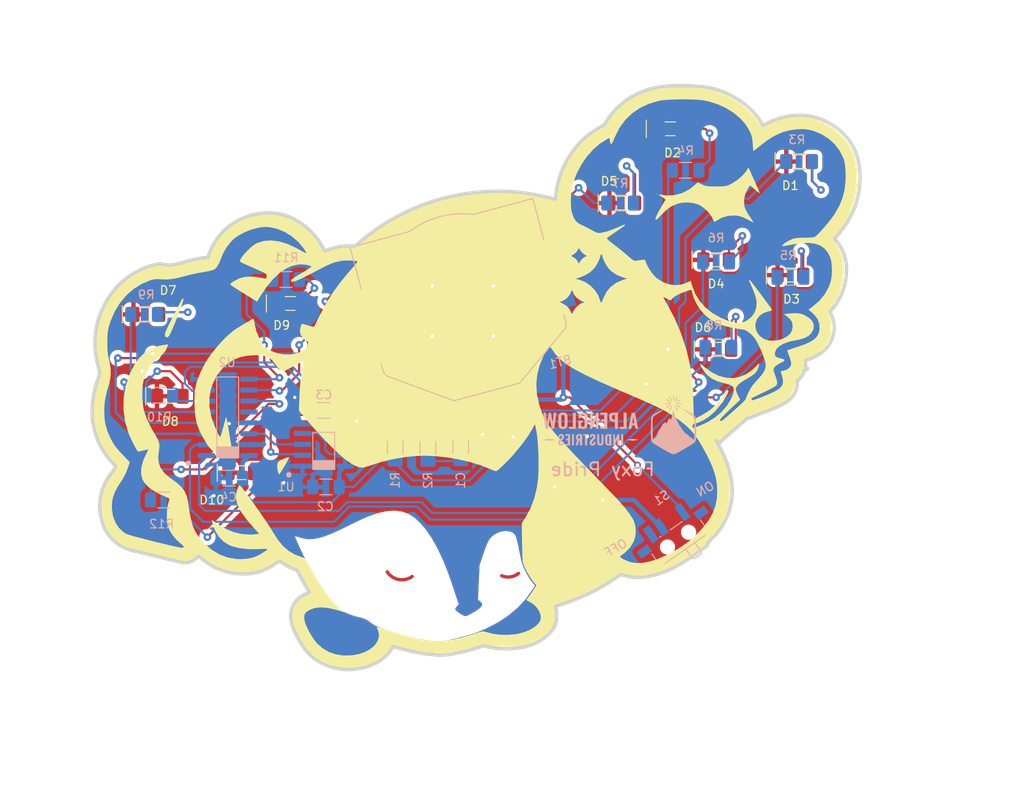
<source format=kicad_pcb>
(kicad_pcb (version 20211014) (generator pcbnew)
  (layers (0 "F.Cu" signal) (31 "B.Cu" signal) (34 "B.Paste" user) (35 "F.Paste" user) (36 "B.SilkS" user "B.Silkscreen") (37 "F.SilkS" user "F.Silkscreen") (38 "B.Mask" user) (39 "F.Mask" user) (44 "Edge.Cuts" user))
  (net 0 "")
  (net 1 "GND")
  (net 2 "Net-(C1-Pad1)")
  (net 3 "+3V")
  (net 4 "Net-(C3-Pad1)")
  (net 5 "Net-(D1-Pad2)")
  (net 6 "Net-(D2-Pad2)")
  (net 7 "Net-(D3-Pad2)")
  (net 8 "Net-(D4-Pad2)")
  (net 9 "Net-(D5-Pad2)")
  (net 10 "Net-(D6-Pad2)")
  (net 11 "Net-(D7-Pad2)")
  (net 12 "Net-(D8-Pad2)")
  (net 13 "Net-(D9-Pad2)")
  (net 14 "Net-(D10-Pad2)")
  (net 15 "Net-(R1-Pad2)")
  (net 16 "Net-(R3-Pad2)")
  (net 17 "Net-(R4-Pad2)")
  (net 18 "Net-(R5-Pad2)")
  (net 19 "Net-(R6-Pad2)")
  (net 20 "Net-(R7-Pad2)")
  (net 21 "Net-(R8-Pad2)")
  (net 22 "Net-(R9-Pad2)")
  (net 23 "Net-(R10-Pad2)")
  (net 24 "Net-(R11-Pad2)")
  (net 25 "Net-(R12-Pad2)")
  (net 27 "/CLOCK")
  (net 29 "+Vbatt")
  (footprint "FoxyPride:Robyn Edit Keep out attempt 2 1.82 x 1.35 selection only" (layer "F.Cu") (at 73.152 82.042)
    (fp_text reference "G***" hide)
    (fp_text value "LOGO" hide)
  )
  (footprint "Alpenglow:LED_1206+" (layer "F.Cu") (at 49.53 59.944)
    (fp_text reference "D9")
    (fp_text value "LED")
  )
  (footprint "Alpenglow:LED_1206+" (layer "F.Cu") (at 99.314 65.278)
    (fp_text reference "D6")
    (fp_text value "LED")
  )
  (footprint "Alpenglow:LED_1206+" (layer "F.Cu") (at 107.696 56.642)
    (fp_text reference "D3")
    (fp_text value "LED")
  )
  (footprint "Alpenglow:LED_1206+" (layer "F.Cu") (at 35.4955 70.739)
    (fp_text reference "D8")
    (fp_text value "LED")
  )
  (footprint "FoxyPride:Robyn Edit Solder Mask 1.76 x 1.88 selection only" (layer "F.Cu") (at 74.168 77.216)
    (fp_text reference "G***" hide)
    (fp_text value "LOGO" hide)
  )
  (footprint "Alpenglow:LED_1206+" (layer "F.Cu") (at 88.138 48.26)
    (fp_text reference "D5")
    (fp_text value "LED")
  )
  (footprint "FoxyPride:Robyn Edit Silkscreen 3.5 x 2.66  selection only" (layer "F.Cu") (at 71.015946 68.55439)
    (fp_text reference "G***" hide)
    (fp_text value "LOGO" hide)
  )
  (footprint "Alpenglow:LED_1206+" (layer "F.Cu") (at 93.726 39.624)
    (fp_text reference "D2")
    (fp_text value "LED")
  )
  (footprint "Alpenglow:LED_1206+" (layer "F.Cu") (at 99.06 54.864)
    (fp_text reference "D4")
    (fp_text value "LED")
  )
  (footprint "Alpenglow:LED_1206+" (layer "F.Cu") (at 32.766 61.214)
    (fp_text reference "D7")
    (fp_text value "LED")
  )
  (footprint "Alpenglow:LED_1206+" (layer "F.Cu") (at 108.712 43.434)
    (fp_text reference "D1")
    (fp_text value "LED")
  )
  (footprint "Alpenglow:LED_1206+" (layer "F.Cu") (at 43.815 79.629)
    (fp_text reference "D10")
    (fp_text value "LED")
  )
  (footprint "Resistor_SMD:R_1206_3216Metric_Pad1.30x1.75mm_HandSolder" (layer "B.Cu") (at 61.722 76.708 90)
    (fp_text reference "R1")
    (fp_text value "10M")
  )
  (footprint "Resistor_SMD:R_1206_3216Metric_Pad1.30x1.75mm_HandSolder" (layer "B.Cu") (at 95.504 44.45 180)
    (fp_text reference "R4")
    (fp_text value "47")
  )
  (footprint "Resistor_SMD:R_1206_3216Metric_Pad1.30x1.75mm_HandSolder" (layer "B.Cu") (at 99.314 65.024 180)
    (fp_text reference "R8")
    (fp_text value "47")
  )
  (footprint "Resistor_SMD:R_1206_3216Metric_Pad1.30x1.75mm_HandSolder" (layer "B.Cu") (at 42.418 80.264 180)
    (fp_text reference "C4")
    (fp_text value "0.1")
  )
  (footprint "Resistor_SMD:R_1206_3216Metric_Pad1.30x1.75mm_HandSolder" (layer "B.Cu") (at 107.696 56.896 180)
    (fp_text reference "R5")
    (fp_text value "47")
  )
  (footprint "Alpenglow:SO-16" (layer "B.Cu") (at 42.2365 73.1945)
    (fp_text reference "U2")
    (fp_text value "74HC4017D")
  )
  (footprint "Resistor_SMD:R_1206_3216Metric_Pad1.30x1.75mm_HandSolder" (layer "B.Cu") (at 87.884 48.26 180)
    (fp_text reference "R7")
    (fp_text value "47")
  )
  (footprint "Alpenglow:SW_SPDT_SMT_RTA" (layer "B.Cu") (at 94.4372 87.1474 -145)
    (fp_text reference "S1")
    (fp_text value "SMT_Slide_Switch" hide)
  )
  (footprint "Resistor_SMD:R_1206_3216Metric_Pad1.30x1.75mm_HandSolder" (layer "B.Cu") (at 99.06 55.118 180)
    (fp_text reference "R6")
    (fp_text value "47")
  )
  (footprint "Alpenglow:Alpenglow_Logo_Horiz_8mm" (layer "B.Cu") (at 87.884 74.168 180)
    (fp_text reference "G***" hide)
    (fp_text value "LOGO" hide)
  )
  (footprint "Alpenglow:SO-8" (layer "B.Cu") (at 53.4125 76.962)
    (fp_text reference "U1")
    (fp_text value "TLC555CDR")
  )
  (footprint "Resistor_SMD:R_1206_3216Metric_Pad1.30x1.75mm_HandSolder" (layer "B.Cu") (at 32.512 61.214 180)
    (fp_text reference "R9")
    (fp_text value "47")
  )
  (footprint "Resistor_SMD:R_1206_3216Metric_Pad1.30x1.75mm_HandSolder" (layer "B.Cu") (at 65.532 76.734 -90)
    (fp_text reference "R2")
    (fp_text value "2.2M")
  )
  (footprint "Resistor_SMD:R_1206_3216Metric_Pad1.30x1.75mm_HandSolder" (layer "B.Cu") (at 53.4125 72.39 180)
    (fp_text reference "C3")
    (fp_text value "0.01")
  )
  (footprint "Alpenglow:BatteryHolder_CR2032_SMT" (layer "B.Cu") (at 69.560404 59.753328 -165)
    (fp_text reference "BT1")
    (fp_text value "CR2032")
  )
  (footprint "Resistor_SMD:R_1206_3216Metric_Pad1.30x1.75mm_HandSolder" (layer "B.Cu") (at 53.6665 81.28 180)
    (fp_text reference "C2")
    (fp_text value "0.1")
  )
  (footprint "Resistor_SMD:R_1206_3216Metric_Pad1.30x1.75mm_HandSolder" (layer "B.Cu") (at 49.022 57.15 180)
    (fp_text reference "R11")
    (fp_text value "47")
  )
  (footprint "Resistor_SMD:R_1206_3216Metric_Pad1.30x1.75mm_HandSolder" (layer "B.Cu") (at 34.798 82.804 180)
    (fp_text reference "R12")
    (fp_text value "47")
  )
  (footprint "Resistor_SMD:R_1206_3216Metric_Pad1.30x1.75mm_HandSolder" (layer "B.Cu") (at 34.29 70.612)
    (fp_text reference "R10")
    (fp_text value "47")
  )
  (footprint "Resistor_SMD:R_1206_3216Metric_Pad1.30x1.75mm_HandSolder" (layer "B.Cu") (at 69.342 76.682 90)
    (fp_text reference "C1")
    (fp_text value "0.01")
  )
  (footprint "Resistor_SMD:R_1206_3216Metric_Pad1.30x1.75mm_HandSolder" (layer "B.Cu") (at 108.712 43.434 180)
    (fp_text reference "R3")
    (fp_text value "47")
  )
  (gr_arc (start 63.7032 91.694) (mid 62.134101 92.052209) (end 60.794169 91.1606) (layer "F.Cu") (width 0.381))
  (gr_arc (start 76.073 91.3384) (mid 75.133645 91.747918) (end 74.1172 91.6178) (layer "F.Cu") (width 0.381))
  (gr_poly (pts (xy 27.615228 85.344) (xy 27.716787 85.655547) (xy 27.83825 85.956957) (xy 27.978829 86.247489) (xy 28.137735 86.526401) (xy 28.31418 86.792955) (xy 28.507376 87.046409) (xy 28.716532 87.286023) (xy 28.940862 87.511057) (xy 29.179577 87.720771) (xy 29.431887 87.914423) (xy 29.697004 88.091274) (xy 29.97414 88.250583) (xy 30.262507 88.39161) (xy 30.561315 88.513614) (xy 30.869776 88.615856) (xy 31.187101 88.697594) (xy 31.850875 88.847103) (xy 32.517625 89.006658) (xy 33.842196 89.336557) (xy 35.349825 89.712104) (xy 36.116476 89.894108) (xy 36.890195 90.066811) (xy 37.014136 90.088388) (xy 37.138249 90.10162) (xy 37.26216 90.106631) (xy 37.385494 90.103543) (xy 37.507876 90.092479) (xy 37.628931 90.073561) (xy 37.748285 90.046913) (xy 37.865563 90.012656) (xy 37.98039 89.970915) (xy 38.092392 89.92181) (xy 38.201193 89.865466) (xy 38.306418 89.802005) (xy 38.407694 89.731549) (xy 38.504645 89.654222) (xy 38.596896 89.570145) (xy 38.684072 89.479443) (xy 38.711852 89.451651) (xy 38.850757 89.332586) (xy 38.952189 89.424279) (xy 39.055162 89.514191) (xy 39.159652 89.602303) (xy 39.265635 89.688596) (xy 39.373089 89.773052) (xy 39.481989 89.855652) (xy 39.592312 89.936378) (xy 39.704034 90.015209) (xy 40.05649 90.257442) (xy 40.420282 90.477267) (xy 40.794362 90.674507) (xy 41.177684 90.848985) (xy 41.569203 91.000522) (xy 41.96787 91.128942) (xy 42.372641 91.234067) (xy 42.782468 91.315719) (xy 43.196305 91.373722) (xy 43.613105 91.407898) (xy 44.031823 91.418069) (xy 44.451411 91.404058) (xy 44.870822 91.365687) (xy 45.289012 91.30278) (xy 45.704932 91.215158) (xy 46.117537 91.102644) (xy 46.338776 91.020793) (xy 46.55662 90.930922) (xy 46.770855 90.833142) (xy 46.981269 90.727565) (xy 47.187648 90.614304) (xy 47.389779 90.493471) (xy 47.58745 90.365177) (xy 47.780446 90.229534) (xy 47.897896 90.150838) (xy 48.011626 90.076236) (xy 48.12089 90.006845) (xy 48.173616 89.974452) (xy 48.224946 89.943781) (xy 48.292415 89.904087) (xy 48.407228 89.992591) (xy 48.523844 90.078503) (xy 48.642218 90.161798) (xy 48.762303 90.242453) (xy 48.884056 90.320442) (xy 49.00743 90.395743) (xy 49.132381 90.468329) (xy 49.258864 90.538178) (xy 49.386833 90.605265) (xy 49.516243 90.669566) (xy 49.64705 90.731055) (xy 49.779207 90.78971) (xy 49.912671 90.845505) (xy 50.047395 90.898417) (xy 50.183335 90.948421) (xy 50.320445 90.995493) (xy 50.484778 91.322292) (xy 50.653227 91.646934) (xy 50.825772 91.969382) (xy 51.002391 92.289599) (xy 51.183063 92.607546) (xy 51.367768 92.923186) (xy 51.556483 93.236481) (xy 51.749188 93.547394) (xy 51.663567 93.577579) (xy 51.578552 93.609366) (xy 51.494166 93.642743) (xy 51.410431 93.677701) (xy 51.327369 93.714231) (xy 51.245003 93.752323) (xy 51.163355 93.791967) (xy 51.082447 93.833153) (xy 50.956741 93.899348) (xy 50.835138 93.971531) (xy 50.717814 94.049497) (xy 50.604944 94.13304) (xy 50.496703 94.221957) (xy 50.393265 94.316043) (xy 50.294807 94.415091) (xy 50.201502 94.518898) (xy 50.113527 94.627258) (xy 50.031057 94.739966) (xy 49.954266 94.856819) (xy 49.883329 94.977609) (xy 49.818422 95.102134) (xy 49.75972 95.230187) (xy 49.707398 95.361564) (xy 49.661632 95.496059) (xy 49.627867 95.628015) (xy 49.600809 95.759654) (xy 49.580184 95.890893) (xy 49.565723 96.021649) (xy 49.557153 96.151838) (xy 49.554205 96.281377) (xy 49.564087 96.538169) (xy 49.593201 96.791356) (xy 49.639377 97.04027) (xy 49.700448 97.284243) (xy 49.774245 97.522605) (xy 49.858599 97.754688) (xy 49.951342 97.979825) (xy 50.050306 98.197345) (xy 50.153322 98.406581) (xy 50.362836 98.797525) (xy 50.562536 99.147308) (xy 50.577233 99.171107) (xy 50.591558 99.194812) (xy 50.619092 99.24157) (xy 50.669693 99.329876) (xy 50.784538 99.521305) (xy 50.891942 99.697479) (xy 50.993393 99.859517) (xy 51.090378 100.008533) (xy 51.14991 100.091881) (xy 51.230608 100.198105) (xy 51.313691 100.302406) (xy 51.399125 100.404744) (xy 51.486874 100.505081) (xy 51.576904 100.603378) (xy 51.669178 100.699594) (xy 51.763661 100.793692) (xy 51.860319 100.885632) (xy 51.957292 100.974546) (xy 52.056422 101.060953) (xy 52.157662 101.144813) (xy 52.26096 101.226089) (xy 52.366268 101.304744) (xy 52.473536 101.380739) (xy 52.582715 101.454037) (xy 52.693755 101.524601) (xy 52.749316 101.556353) (xy 52.950223 101.67052) (xy 53.154368 101.777863) (xy 53.361573 101.878334) (xy 53.571662 101.971883) (xy 53.784461 102.058461) (xy 53.999793 102.138018) (xy 54.217482 102.210506) (xy 54.437352 102.275874) (xy 54.659228 102.334075) (xy 54.882932 102.385058) (xy 55.10829 102.428774) (xy 55.335125 102.465174) (xy 55.563262 102.494209) (xy 55.792524 102.51583) (xy 56.022735 102.529987) (xy 56.25372 102.536631) (xy 56.381822 102.535332) (xy 56.509831 102.531422) (xy 56.637706 102.524903) (xy 56.765408 102.515778) (xy 56.892897 102.504051) (xy 57.020134 102.489725) (xy 57.147079 102.472803) (xy 57.273692 102.453289) (xy 57.388027 102.437619) (xy 57.50206 102.420039) (xy 57.615765 102.400553) (xy 57.72912 102.379166) (xy 57.8421 102.355882) (xy 57.954682 102.330705) (xy 58.066842 102.303641) (xy 58.178556 102.274693) (xy 58.467137 102.194397) (xy 58.746269 102.102625) (xy 59.015624 101.999808) (xy 59.274868 101.886375) (xy 59.52367 101.762757) (xy 59.7617 101.629383) (xy 59.988626 101.486685) (xy 60.204116 101.335091) (xy 60.407839 101.175033) (xy 60.599464 101.00694) (xy 60.77866 100.831244) (xy 60.945094 100.648373) (xy 61.098436 100.458758) (xy 61.238355 100.262829) (xy 61.364518 100.061017) (xy 61.476595 99.853752) (xy 61.886637 99.971773) (xy 62.298122 100.084447) (xy 62.710998 100.191761) (xy 63.125214 100.293703) (xy 63.540719 100.39026) (xy 63.95746 100.48142) (xy 64.375386 100.56717) (xy 64.794446 100.647497) (xy 64.928976 100.670451) (xy 65.063809 100.691388) (xy 65.198925 100.710306) (xy 65.334298 100.727201) (xy 65.469909 100.742071) (xy 65.605732 100.754913) (xy 65.741747 100.765725) (xy 65.87793 100.774504) (xy 66.05622 100.789017) (xy 66.226694 100.804271) (xy 66.308418 100.812873) (xy 66.387492 100.822499) (xy 66.463681 100.833428) (xy 66.536755 100.845938) (xy 66.830799 100.854939) (xy 67.12471 100.853665) (xy 67.41822 100.842141) (xy 67.71106 100.820392) (xy 68.002963 100.788441) (xy 68.293662 100.746314) (xy 68.582889 100.694035) (xy 68.870377 100.63163) (xy 69.268017 100.549877) (xy 69.663831 100.460232) (xy 70.057701 100.36273) (xy 70.449509 100.257403) (xy 70.839139 100.144284) (xy 71.226473 100.023406) (xy 71.611394 99.894801) (xy 71.993784 99.758503) (xy 72.232718 99.820701) (xy 72.472841 99.877024) (xy 72.714047 99.927464) (xy 72.956227 99.972014) (xy 73.199273 100.010665) (xy 73.443077 100.043409) (xy 73.68753 100.070239) (xy 73.932526 100.091147) (xy 74.177956 100.106124) (xy 74.423711 100.115164) (xy 74.669684 100.118257) (xy 74.915767 100.115397) (xy 75.161851 100.106574) (xy 75.40783 100.091782) (xy 75.653593 100.071012) (xy 75.899034 100.044256) (xy 76.247442 99.994001) (xy 76.585582 99.931125) (xy 76.913234 99.855749) (xy 77.230178 99.767996) (xy 77.536192 99.667988) (xy 77.831056 99.555847) (xy 78.114548 99.431694) (xy 78.386449 99.295653) (xy 78.646536 99.147845) (xy 78.894588 98.988393) (xy 79.130386 98.817417) (xy 79.353708 98.635042) (xy 79.564333 98.441387) (xy 79.762041 98.236577) (xy 79.94661 98.020733) (xy 80.117819 97.793976) (xy 80.276566 97.567755) (xy 80.359913 97.305817) (xy 80.398854 97.178793) (xy 80.432672 97.050474) (xy 80.461341 96.921013) (xy 80.484837 96.790567) (xy 80.503136 96.659291) (xy 80.516211 96.52734) (xy 80.52404 96.39487) (xy 80.526596 96.262035) (xy 80.52388 96.124097) (xy 80.515649 95.986547) (xy 80.501932 95.849549) (xy 80.482753 95.713265) (xy 80.45814 95.577859) (xy 80.428119 95.443494) (xy 80.392717 95.310332) (xy 80.351959 95.178537) (xy 80.865029 95.025881) (xy 81.37422 94.862202) (xy 81.87936 94.687582) (xy 82.380278 94.502106) (xy 82.876804 94.305856) (xy 83.368766 94.098916) (xy 83.855993 93.881369) (xy 84.338315 93.653297) (xy 84.815559 93.414785) (xy 85.287556 93.165916) (xy 85.754134 92.906772) (xy 86.215122 92.637437) (xy 86.670349 92.357994) (xy 87.119644 92.068526) (xy 87.562836 91.769116) (xy 87.999754 91.459848) (xy 88.308553 91.567007) (xy 88.624678 91.654829) (xy 88.948011 91.723327) (xy 89.278436 91.772512) (xy 89.615838 91.802396) (xy 89.9601 91.81299) (xy 90.311105 91.804307) (xy 90.668739 91.776357) (xy 91.032883 91.729153) (xy 91.403422 91.662705) (xy 91.780241 91.577027) (xy 92.163221 91.472128) (xy 92.552248 91.348022) (xy 92.947205 91.20472) (xy 93.347976 91.042233) (xy 93.754444 90.860573) (xy 94.184897 90.646401) (xy 94.609555 90.421456) (xy 95.02822 90.18586) (xy 95.440693 89.939735) (xy 95.846776 89.683204) (xy 96.24627 89.416387) (xy 96.638976 89.139407) (xy 97.024696 88.852386) (xy 97.123911 88.780947) (xy 98.072443 88.114203) (xy 98.032755 87.884016) (xy 98.798719 87.090265) (xy 98.862223 87.050571) (xy 99.052721 86.820385) (xy 99.354134 86.447052) (xy 99.630273 86.058596) (xy 99.880849 85.656283) (xy 100.105571 85.241375) (xy 100.304149 84.815137) (xy 100.476292 84.378832) (xy 100.621709 83.933724) (xy 100.740111 83.481077) (xy 100.831207 83.022154) (xy 100.894706 82.558219) (xy 100.930318 82.090536) (xy 100.937753 81.620369) (xy 100.91672 81.148982) (xy 100.866929 80.677638) (xy 100.788089 80.207601) (xy 100.679911 79.740134) (xy 100.625252 79.498395) (xy 100.564302 79.258296) (xy 100.497102 79.019959) (xy 100.42369 78.783505) (xy 100.344106 78.549056) (xy 100.258389 78.316735) (xy 100.166579 78.086661) (xy 100.068716 77.858957) (xy 99.959469 77.617746) (xy 99.843617 77.371419) (xy 99.721998 77.121557) (xy 99.595448 76.869743) (xy 99.464806 76.617556) (xy 99.330908 76.366579) (xy 99.194591 76.118392) (xy 99.056692 75.874578) (xy 99.378157 76.223825) (xy 100.719599 75.033199) (xy 101.077285 74.718181) (xy 101.257056 74.561602) (xy 101.437944 74.406137) (xy 101.735598 74.151641) (xy 102.033252 73.894168) (xy 102.330908 73.633719) (xy 102.628565 73.370293) (xy 103.799347 72.921824) (xy 104.418472 72.68767) (xy 104.781426 72.552548) (xy 105.149218 72.413332) (xy 105.52073 72.267418) (xy 105.707532 72.191136) (xy 105.894846 72.112204) (xy 106.204548 71.977971) (xy 106.531459 71.827135) (xy 106.698141 71.743557) (xy 106.865253 71.65351) (xy 107.031505 71.556218) (xy 107.195606 71.45091) (xy 107.356265 71.336811) (xy 107.512192 71.213149) (xy 107.662095 71.079151) (xy 107.804686 70.934042) (xy 107.938672 70.777051) (xy 108.002035 70.693858) (xy 108.062763 70.607403) (xy 108.120695 70.517592) (xy 108.175669 70.424327) (xy 108.227524 70.32751) (xy 108.276098 70.227047) (xy 108.308428 70.151121) (xy 108.338444 70.074388) (xy 108.366136 69.996901) (xy 108.391494 69.918714) (xy 108.414509 69.839879) (xy 108.435171 69.760449) (xy 108.453471 69.680478) (xy 108.469398 69.600019) (xy 108.482944 69.519124) (xy 108.494097 69.437848) (xy 108.502849 69.356243) (xy 108.509191 69.274362) (xy 108.513111 69.192258) (xy 108.514601 69.109985) (xy 108.51365 69.027595) (xy 108.51025 68.945143) (xy 108.558855 68.905171) (xy 108.606392 68.864041) (xy 108.652842 68.821775) (xy 108.698186 68.778395) (xy 108.742405 68.733923) (xy 108.785482 68.688384) (xy 108.827395 68.641798) (xy 108.868128 68.594188) (xy 108.907661 68.545578) (xy 108.945975 68.495989) (xy 108.983052 68.445444) (xy 109.018873 68.393966) (xy 109.053418 68.341577) (xy 109.086669 68.288299) (xy 109.118607 68.234156) (xy 109.149214 68.17917) (xy 109.1777 68.1259) (xy 109.204736 68.071916) (xy 109.230307 68.017246) (xy 109.254401 67.961921) (xy 109.277005 67.905971) (xy 109.298107 67.849426) (xy 109.317694 67.792316) (xy 109.335752 67.73467) (xy 109.732628 67.583859) (xy 109.442909 67.135391) (xy 109.448133 67.068009) (xy 109.451864 67.000552) (xy 109.454102 66.933046) (xy 109.454848 66.865515) (xy 109.454102 66.797985) (xy 109.451864 66.730479) (xy 109.448133 66.663022) (xy 109.442909 66.595639) (xy 109.674407 66.523333) (xy 109.902632 66.442108) (xy 110.127333 66.352083) (xy 110.348258 66.253376) (xy 110.565155 66.146107) (xy 110.777772 66.030394) (xy 110.985857 65.906356) (xy 111.189157 65.774111) (xy 111.335382 65.670305) (xy 111.475022 65.560593) (xy 111.608016 65.445254) (xy 111.734299 65.324569) (xy 111.853808 65.198817) (xy 111.966479 65.068279) (xy 112.07225 64.933235) (xy 112.171058 64.793966) (xy 112.262838 64.650752) (xy 112.347527 64.503872) (xy 112.425062 64.353607) (xy 112.49538 64.200238) (xy 112.558417 64.044044) (xy 112.61411 63.885305) (xy 112.662395 63.724303) (xy 112.703209 63.561317) (xy 112.73649 63.396627) (xy 112.762172 63.230514) (xy 112.780194 63.063257) (xy 112.790491 62.895138) (xy 112.793001 62.726436) (xy 112.78766 62.557431) (xy 112.774404 62.388404) (xy 112.753171 62.219635) (xy 112.723896 62.051404) (xy 112.686517 61.883991) (xy 112.64097 61.717677) (xy 112.587192 61.552741) (xy 112.525119 61.389465) (xy 112.454688 61.228128) (xy 112.375836 61.06901) (xy 112.2885 60.912392) (xy 112.495536 60.688289) (xy 112.691739 60.456034) (xy 112.876931 60.216032) (xy 113.050934 59.968684) (xy 113.213569 59.714396) (xy 113.36466 59.45357) (xy 113.504028 59.186611) (xy 113.631495 58.913921) (xy 113.746883 58.635905) (xy 113.850014 58.352965) (xy 113.94071 58.065506) (xy 114.018794 57.773932) (xy 114.084087 57.478645) (xy 114.136412 57.180049) (xy 114.175589 56.878548) (xy 114.201443 56.574546) (xy 114.225394 56.301585) (xy 114.235055 56.029069) (xy 114.230585 55.757515) (xy 114.212143 55.487439) (xy 114.17989 55.21936) (xy 114.133986 54.953794) (xy 114.074589 54.69126) (xy 114.001859 54.432275) (xy 113.915957 54.177356) (xy 113.817042 53.92702) (xy 113.705273 53.681785) (xy 113.580811 53.442169) (xy 113.443815 53.208688) (xy 113.294445 52.981861) (xy 113.13286 52.762204) (xy 112.959221 52.550235) (xy 112.929394 52.51985) (xy 112.899195 52.48872) (xy 112.88384 52.473109) (xy 112.868252 52.45759) (xy 112.852385 52.442258) (xy 112.836191 52.427204) (xy 113.069049 52.162002) (xy 113.298216 51.890051) (xy 113.522791 51.611018) (xy 113.741871 51.324574) (xy 113.954557 51.030385) (xy 114.159947 50.728122) (xy 114.357139 50.417452) (xy 114.545234 50.098044) (xy 114.723329 49.769567) (xy 114.890524 49.431689) (xy 115.045917 49.08408) (xy 115.188607 48.726407) (xy 115.317694 48.358339) (xy 115.432275 47.979545) (xy 115.531451 47.589694) (xy 115.614319 47.188454) (xy 115.6606 46.944709) (xy 115.700441 46.700132) (xy 115.733843 46.454848) (xy 115.760807 46.208985) (xy 115.781333 45.962668) (xy 115.795423 45.716024) (xy 115.803079 45.469179) (xy 115.8043 45.222259) (xy 115.799088 44.975392) (xy 115.787445 44.728703) (xy 115.769371 44.482318) (xy 115.744867 44.236365) (xy 115.713934 43.99097) (xy 115.676573 43.746258) (xy 115.632786 43.502357) (xy 115.582573 43.259392) (xy 115.510962 42.986757) (xy 115.427857 42.718389) (xy 115.333471 42.454615) (xy 115.22802 42.19576) (xy 115.111718 41.942153) (xy 114.984779 41.69412) (xy 114.847417 41.451988) (xy 114.699846 41.216083) (xy 114.542282 40.986733) (xy 114.374938 40.764265) (xy 114.198029 40.549004) (xy 114.011769 40.341279) (xy 113.816372 40.141416) (xy 113.612053 39.949741) (xy 113.399026 39.766582) (xy 113.177505 39.592265) (xy 112.73315 39.27267) (xy 112.277196 38.989613) (xy 111.810417 38.74317) (xy 111.333587 38.533416) (xy 110.847478 38.360428) (xy 110.352864 38.22428) (xy 109.850517 38.125049) (xy 109.341212 38.06281) (xy 108.825721 38.037638) (xy 108.304818 38.049609) (xy 107.779275 38.098799) (xy 107.249867 38.185283) (xy 106.717365 38.309137) (xy 106.182545 38.470436) (xy 105.646178 38.669256) (xy 105.109037 38.905673) (xy 105.027731 38.944911) (xy 104.947495 38.985172) (xy 104.868282 39.026363) (xy 104.790045 39.068392) (xy 104.71274 39.111164) (xy 104.636318 39.154588) (xy 104.485941 39.243017) (xy 104.351794 38.985017) (xy 104.204345 38.731916) (xy 104.043595 38.483714) (xy 103.869544 38.240411) (xy 103.68219 38.002007) (xy 103.481535 37.768502) (xy 103.267579 37.539896) (xy 103.040321 37.316189) (xy 102.799762 37.09738) (xy 102.545901 36.883471) (xy 102.278738 36.674461) (xy 101.998274 36.470349) (xy 101.704508 36.271136) (xy 101.397441 36.076823) (xy 101.077073 35.887408) (xy 100.743402 35.702892) (xy 100.347933 35.506677) (xy 99.950661 35.335147) (xy 99.55211 35.186662) (xy 99.152803 35.059583) (xy 98.753264 34.952269) (xy 98.354015 34.863083) (xy 97.95558 34.790384) (xy 97.558482 34.732533) (xy 97.163245 34.68789) (xy 96.770391 34.654817) (xy 95.993927 34.616819) (xy 95.233275 34.605424) (xy 94.492622 34.607517) (xy 94.278315 34.607517) (xy 93.592101 34.62677) (xy 92.925473 34.684148) (xy 92.279135 34.779082) (xy 91.653791 34.911002) (xy 91.050142 35.079339) (xy 90.468894 35.283522) (xy 89.910749 35.522982) (xy 89.376411 35.79715) (xy 88.866583 36.105455) (xy 88.381968 36.447327) (xy 87.923271 36.822198) (xy 87.491194 37.229496) (xy 87.086441 37.668654) (xy 86.709714 38.1391) (xy 86.361719 38.640265) (xy 86.043158 39.171579) (xy 85.844723 39.266829) (xy 85.497531 39.452578) (xy 85.159019 39.651518) (xy 84.829515 39.863317) (xy 84.509347 40.087644) (xy 84.198842 40.324169) (xy 83.898329 40.572562) (xy 83.608134 40.83249) (xy 83.328587 41.103624) (xy 83.060014 41.385633) (xy 82.802743 41.678186) (xy 82.557102 41.980952) (xy 82.323418 42.293601) (xy 82.10202 42.615802) (xy 81.893235 42.947224) (xy 81.697392 43.287536) (xy 81.514816 43.636407) (xy 81.38963 43.880623) (xy 81.271387 44.127868) (xy 81.160125 44.377992) (xy 81.055888 44.630845) (xy 80.958716 44.886277) (xy 80.86865 45.144139) (xy 80.785731 45.404281) (xy 80.71 45.666553) (xy 80.641498 45.930805) (xy 80.580266 46.196888) (xy 80.526346 46.464652) (xy 80.479778 46.733946) (xy 80.440603 47.004622) (xy 80.408863 47.276529) (xy 80.384598 47.549518) (xy 80.367849 47.823439) (xy 78.825148 47.436888) (xy 77.27238 47.15221) (xy 75.71413 46.968336) (xy 74.15498 46.884197) (xy 72.599516 46.898722) (xy 71.05232 47.010844) (xy 69.517975 47.219492) (xy 68.001066 47.523597) (xy 66.506176 47.922091) (xy 65.037889 48.413903) (xy 63.600788 48.997965) (xy 62.199457 49.673207) (xy 60.838479 50.43856) (xy 59.522439 51.292955) (xy 58.255919 52.235322) (xy 57.043503 53.264593) (xy 56.818698 53.247648) (xy 56.593865 53.237816) (xy 56.369168 53.235069) (xy 56.144771 53.239383) (xy 55.920838 53.250729) (xy 55.697533 53.269082) (xy 55.47502 53.294415) (xy 55.253464 53.326701) (xy 55.033028 53.365914) (xy 54.813877 53.412027) (xy 54.596174 53.465014) (xy 54.380085 53.524848) (xy 54.165772 53.591503) (xy 53.9534 53.664952) (xy 53.743134 53.745168) (xy 53.535136 53.832125) (xy 53.35654 53.490814) (xy 53.216632 53.239922) (xy 53.069417 52.995591) (xy 52.915121 52.757961) (xy 52.753971 52.527175) (xy 52.586194 52.303374) (xy 52.412015 52.086699) (xy 52.231663 51.877293) (xy 52.045363 51.675297) (xy 51.853343 51.480853) (xy 51.655829 51.294102) (xy 51.453047 51.115187) (xy 51.245226 50.944249) (xy 51.03259 50.781429) (xy 50.815368 50.62687) (xy 50.593786 50.480713) (xy 50.36807 50.343099) (xy 50.138447 50.214172) (xy 49.905145 50.094071) (xy 49.668389 49.982939) (xy 49.428407 49.880918) (xy 49.185424 49.78815) (xy 48.939669 49.704775) (xy 48.691367 49.630936) (xy 48.440746 49.566775) (xy 48.188032 49.512433) (xy 47.933452 49.468051) (xy 47.677232 49.433773) (xy 47.4196 49.409738) (xy 47.160781 49.39609) (xy 46.901004 49.392969) (xy 46.640493 49.400517) (xy 46.379477 49.418877) (xy 46.09964 49.447041) (xy 45.821694 49.485392) (xy 45.545902 49.533826) (xy 45.272526 49.59224) (xy 45.001827 49.660532) (xy 44.734068 49.738598) (xy 44.469511 49.826336) (xy 44.208417 49.923641) (xy 43.951049 50.030411) (xy 43.697668 50.146543) (xy 43.448536 50.271934) (xy 43.203917 50.40648) (xy 42.96407 50.550078) (xy 42.729259 50.702626) (xy 42.499745 50.86402) (xy 42.275791 51.034158) (xy 42.067949 51.208511) (xy 41.867651 51.390386) (xy 41.675066 51.579525) (xy 41.490362 51.775671) (xy 41.313709 51.978566) (xy 41.145274 52.187952) (xy 40.985227 52.403574) (xy 40.833737 52.625171) (xy 40.690972 52.852489) (xy 40.557101 53.085267) (xy 40.432293 53.323251) (xy 40.316717 53.566181) (xy 40.210541 53.8138) (xy 40.113934 54.065852) (xy 40.027066 54.322077) (xy 39.950104 54.58222) (xy 39.803259 54.58222) (xy 39.481003 54.613451) (xy 39.159991 54.653981) (xy 38.840421 54.703772) (xy 38.522494 54.762782) (xy 38.206409 54.830971) (xy 37.892364 54.9083) (xy 37.58056 54.994729) (xy 37.271196 55.090217) (xy 36.883716 55.199715) (xy 36.528048 55.294237) (xy 36.199913 55.371085) (xy 36.044833 55.402039) (xy 35.895032 55.427562) (xy 35.749975 55.447319) (xy 35.609127 55.460971) (xy 35.471953 55.468182) (xy 35.337919 55.468614) (xy 35.206489 55.461931) (xy 35.077128 55.447794) (xy 34.949303 55.425867) (xy 34.822477 55.395813) (xy 34.753924 55.378509) (xy 34.684943 55.363822) (xy 34.615606 55.351747) (xy 34.545987 55.342284) (xy 34.476159 55.33543) (xy 34.406195 55.331182) (xy 34.336169 55.329538) (xy 34.266153 55.330495) (xy 34.196221 55.334052) (xy 34.126446 55.340206) (xy 34.056901 55.348954) (xy 33.98766 55.360294) (xy 33.918796 55.374225) (xy 33.850381 55.390742) (xy 33.78249 55.409845) (xy 33.715195 55.43153) (xy 33.270138 55.553934) (xy 32.834134 55.698575) (xy 32.407902 55.864901) (xy 31.992162 56.052361) (xy 31.587633 56.260404) (xy 31.195035 56.488478) (xy 30.815087 56.73603) (xy 30.448509 57.00251) (xy 30.09602 57.287365) (xy 29.758341 57.590044) (xy 29.436189 57.909996) (xy 29.130285 58.246668) (xy 28.841349 58.59951) (xy 28.570099 58.967969) (xy 28.317256 59.351493) (xy 28.083538 59.749532) (xy 27.83961 60.196117) (xy 27.620745 60.652694) (xy 27.427051 61.118232) (xy 27.258641 61.591699) (xy 27.115625 62.072064) (xy 26.998114 62.558295) (xy 26.906218 63.049362) (xy 26.840048 63.544232) (xy 26.799714 64.041875) (xy 26.785328 64.541259) (xy 26.797 65.041353) (xy 26.83484 65.541125) (xy 26.89896 66.039545) (xy 26.989469 66.535579) (xy 27.10648 67.028199) (xy 27.250102 67.516371) (xy 27.265086 67.578053) (xy 27.277834 67.64009) (xy 27.288346 67.702423) (xy 27.296624 67.764993) (xy 27.30267 67.827739) (xy 27.306485 67.890601) (xy 27.308072 67.953521) (xy 27.307431 68.016439) (xy 27.304564 68.079294) (xy 27.299474 68.142028) (xy 27.292161 68.20458) (xy 27.282628 68.266892) (xy 27.270876 68.328902) (xy 27.256906 68.390553) (xy 27.240721 68.451783) (xy 27.222322 68.512533) (xy 27.010846 69.124987) (xy 26.833315 69.72997) (xy 26.689724 70.32736) (xy 26.580067 70.917036) (xy 26.504338 71.498875) (xy 26.462531 72.072756) (xy 26.454641 72.638556) (xy 26.480662 73.196153) (xy 26.540588 73.745424) (xy 26.634412 74.286249) (xy 26.76213 74.818505) (xy 26.923736 75.342069) (xy 27.119223 75.85682) (xy 27.348585 76.362635) (xy 27.611818 76.859393) (xy 27.908915 77.346972) (xy 28.049958 77.547564) (xy 28.195926 77.744458) (xy 28.346744 77.937565) (xy 28.502338 78.126796) (xy 28.662634 78.312062) (xy 28.827555 78.493273) (xy 28.997027 78.670343) (xy 29.170975 78.843181) (xy 29.149513 78.91431) (xy 29.125475 78.984531) (xy 29.098892 79.053774) (xy 29.069795 79.121972) (xy 29.038215 79.189056) (xy 29.004183 79.254957) (xy 28.967729 79.319607) (xy 28.928884 79.382938) (xy 28.667699 79.693869) (xy 28.429149 80.018655) (xy 28.213501 80.356091) (xy 28.021019 80.704966) (xy 27.851972 81.064073) (xy 27.706625 81.432203) (xy 27.585244 81.808149) (xy 27.488095 82.190703) (xy 27.415445 82.578655) (xy 27.36756 82.970798) (xy 27.344707 83.365923) (xy 27.347151 83.762823) (xy 27.375159 84.160289) (xy 27.428997 84.557112) (xy 27.508931 84.952085) (xy 27.615228 85.344)) (layer "Edge.Cuts") (width 0.396874) (fill none))
  (gr_text "ON" (at 97.79 81.534 30) (layer "B.SilkS") (effects (font (size 1 1)) (justify mirror)))
  (gr_text "OFF" (at 87.376 88.392 30) (layer "B.SilkS") (effects (font (size 1 1)) (justify mirror)))
  (gr_text "Foxy Pride" (at 85.852 79.248) (layer "B.SilkS") (effects (font (size 1.524 1.524) (thickness 0.2286)) (justify mirror)))
  (via (at 73.152 63.754) (size 0.889) (drill 0.381) (layers "F.Cu" "B.Cu") (net 1))
  (via (at 80.264 81.28) (size 0.889) (drill 0.381) (layers "F.Cu" "B.Cu") (net 1))
  (via (at 50.038 70.866) (size 0.889) (drill 0.381) (layers "F.Cu" "B.Cu") (net 1))
  (via (at 84.074 75.438) (size 0.889) (drill 0.381) (layers "F.Cu" "B.Cu") (net 1))
  (via (at 48.768 80.772) (size 0.889) (drill 0.381) (layers "F.Cu" "B.Cu") (net 1))
  (via (at 73.152 57.912) (size 0.889) (drill 0.381) (layers "F.Cu" "B.Cu") (net 1))
  (via (at 66.04 63.754) (size 0.889) (drill 0.381) (layers "F.Cu" "B.Cu") (net 1))
  (via (at 66.04 57.912) (size 0.889) (drill 0.381) (layers "F.Cu" "B.Cu") (net 1))
  (via (at 71.882 75.184) (size 0.889) (drill 0.381) (layers "F.Cu" "B.Cu") (net 1))
  (via (at 40.64 82.296) (size 0.889) (drill 0.381) (layers "F.Cu" "B.Cu") (net 1))
  (via (at 42.418 73.914) (size 0.889) (drill 0.381) (layers "F.Cu" "B.Cu") (net 1))
  (segment (start 65.532 78.284) (end 69.29 78.284) (width 0.25) (layer "B.Cu") (net 2))
  (segment (start 69.29 78.284) (end 69.342 78.232) (width 0.25) (layer "B.Cu") (net 2))
  (segment (start 78.486 75.438) (end 85.852 82.804) (width 0.508) (layer "F.Cu") (net 3))
  (segment (start 75.438 75.438) (end 78.486 75.438) (width 0.508) (layer "F.Cu") (net 3))
  (via (at 85.852 82.804) (size 0.889) (drill 0.381) (layers "F.Cu" "B.Cu") (net 3))
  (via (at 75.438 75.438) (size 0.889) (drill 0.381) (layers "F.Cu" "B.Cu") (net 3))
  (segment (start 56.896 81.28) (end 55.372 81.28) (width 0.25) (layer "B.Cu") (net 3))
  (segment (start 55.2165 81.28) (end 55.2165 79.538) (width 0.508) (layer "B.Cu") (net 3))
  (segment (start 55.8875 78.867) (end 55.8875 77.597) (width 0.508) (layer "B.Cu") (net 3))
  (segment (start 55.2165 79.538) (end 55.8875 78.867) (width 0.508) (layer "B.Cu") (net 3))
  (segment (start 75.438 75.438) (end 70.358 80.518) (width 0.25) (layer "B.Cu") (net 3))
  (segment (start 50.9375 75.057) (end 52.705 75.057) (width 0.25) (layer "B.Cu") (net 3))
  (segment (start 61.722 78.258) (end 59.918 78.258) (width 0.25) (layer "B.Cu") (net 3))
  (segment (start 54.102 77.47) (end 55.88 77.47) (width 0.25) (layer "B.Cu") (net 3))
  (segment (start 85.852 82.804) (end 89.470768 82.804) (width 0.508) (layer "B.Cu") (net 3))
  (segment (start 45.212 83.058) (end 43.942 81.788) (width 0.25) (layer "B.Cu") (net 3))
  (segment (start 89.470768 82.804) (end 92.634725 85.967957) (width 0.508) (layer "B.Cu") (net 3))
  (segment (start 53.594 75.946) (end 53.594 76.962) (width 0.25) (layer "B.Cu") (net 3))
  (segment (start 54.356 83.058) (end 45.212 83.058) (width 0.25) (layer "B.Cu") (net 3))
  (segment (start 70.358 80.518) (end 63.754 80.518) (width 0.25) (layer "B.Cu") (net 3))
  (segment (start 43.968 80.264) (end 43.968 78.383) (width 0.508) (layer "B.Cu") (net 3))
  (segment (start 55.2165 82.1975) (end 54.356 83.058) (width 0.25) (layer "B.Cu") (net 3))
  (segment (start 63.754 80.518) (end 61.468 78.232) (width 0.25) (layer "B.Cu") (net 3))
  (segment (start 52.705 75.057) (end 53.594 75.946) (width 0.25) (layer "B.Cu") (net 3))
  (segment (start 59.918 78.258) (end 56.896 81.28) (width 0.25) (layer "B.Cu") (net 3))
  (segment (start 53.594 76.962) (end 54.102 77.47) (width 0.25) (layer "B.Cu") (net 3))
  (segment (start 55.2165 81.28) (end 55.2165 82.1975) (width 0.25) (layer "B.Cu") (net 3))
  (segment (start 43.968 78.383) (end 44.7115 77.6395) (width 0.508) (layer "B.Cu") (net 3))
  (segment (start 43.942 81.788) (end 43.942 80.264) (width 0.25) (layer "B.Cu") (net 3))
  (segment (start 54.9625 72.39) (end 54.9625 74.132) (width 0.254) (layer "B.Cu") (net 4))
  (segment (start 54.9625 74.132) (end 55.8875 75.057) (width 0.254) (layer "B.Cu") (net 4))
  (segment (start 110.1995 45.6835) (end 110.1995 43.434) (width 0.254) (layer "F.Cu") (net 5))
  (segment (start 111.252 46.736) (end 110.1995 45.6835) (width 0.254) (layer "F.Cu") (net 5))
  (via (at 111.252 46.736) (size 0.889) (drill 0.381) (layers "F.Cu" "B.Cu") (net 5))
  (segment (start 110.262 45.746) (end 111.252 46.736) (width 0.254) (layer "B.Cu") (net 5))
  (segment (start 110.262 43.434) (end 110.262 45.746) (width 0.254) (layer "B.Cu") (net 5))
  (segment (start 95.2135 39.624) (end 97.79 39.624) (width 0.254) (layer "F.Cu") (net 6))
  (segment (start 97.79 39.624) (end 98.298 40.132) (width 0.254) (layer "F.Cu") (net 6))
  (via (at 98.298 40.132) (size 0.889) (drill 0.381) (layers "F.Cu" "B.Cu") (net 6))
  (segment (start 98.298 43.206) (end 97.054 44.45) (width 0.254) (layer "B.Cu") (net 6))
  (segment (start 98.298 40.132) (end 98.298 43.206) (width 0.254) (layer "B.Cu") (net 6))
  (segment (start 109.1835 54.0655) (end 109.1835 56.642) (width 0.254) (layer "F.Cu") (net 7))
  (segment (start 108.966 53.848) (end 109.1835 54.0655) (width 0.254) (layer "F.Cu") (net 7))
  (via (at 108.966 53.848) (size 0.889) (drill 0.381) (layers "F.Cu" "B.Cu") (net 7))
  (segment (start 108.966 56.616) (end 109.246 56.896) (width 0.254) (layer "B.Cu") (net 7))
  (segment (start 108.966 53.848) (end 108.966 56.616) (width 0.254) (layer "B.Cu") (net 7))
  (segment (start 100.5475 53.6305) (end 102.108 52.07) (width 0.254) (layer "F.Cu") (net 8))
  (segment (start 100.5475 54.864) (end 100.5475 53.6305) (width 0.254) (layer "F.Cu") (net 8))
  (via (at 102.108 52.07) (size 0.889) (drill 0.381) (layers "F.Cu" "B.Cu") (net 8))
  (segment (start 102.108 52.07) (end 102.108 53.62) (width 0.254) (layer "B.Cu") (net 8))
  (segment (start 102.108 53.62) (end 100.61 55.118) (width 0.254) (layer "B.Cu") (net 8))
  (segment (start 89.6255 44.9215) (end 89.6255 48.26) (width 0.254) (layer "F.Cu") (net 9))
  (segment (start 88.646 43.942) (end 89.6255 44.9215) (width 0.254) (layer "F.Cu") (net 9))
  (via (at 88.646 43.942) (size 0.889) (drill 0.381) (layers "F.Cu" "B.Cu") (net 9))
  (segment (start 88.646 43.942) (end 89.434 44.73) (width 0.254) (layer "B.Cu") (net 9))
  (segment (start 89.434 44.73) (end 89.434 48.26) (width 0.254) (layer "B.Cu") (net 9))
  (segment (start 101.346 64.7335) (end 100.8015 65.278) (width 0.254) (layer "F.Cu") (net 10))
  (segment (start 101.346 61.468) (end 101.346 64.7335) (width 0.254) (layer "F.Cu") (net 10))
  (via (at 101.346 61.468) (size 0.889) (drill 0.381) (layers "F.Cu" "B.Cu") (net 10))
  (segment (start 100.864 61.95) (end 100.864 65.024) (width 0.254) (layer "B.Cu") (net 10))
  (segment (start 101.346 61.468) (end 100.864 61.95) (width 0.254) (layer "B.Cu") (net 10))
  (segment (start 37.592 60.96) (end 34.5075 60.96) (width 0.254) (layer "F.Cu") (net 11))
  (segment (start 34.5075 60.96) (end 34.2535 61.214) (width 0.254) (layer "F.Cu") (net 11))
  (via (at 37.592 60.96) (size 0.889) (drill 0.381) (layers "F.Cu" "B.Cu") (net 11))
  (segment (start 34.316 60.96) (end 37.592 60.96) (width 0.254) (layer "B.Cu") (net 11))
  (segment (start 34.062 61.214) (end 34.316 60.96) (width 0.254) (layer "B.Cu") (net 11))
  (segment (start 34.036 67.818) (end 35.56 67.818) (width 0.254) (layer "F.Cu") (net 12))
  (segment (start 36.983 69.241) (end 36.983 70.739) (width 0.254) (layer "F.Cu") (net 12))
  (segment (start 35.56 67.818) (end 36.983 69.241) (width 0.254) (layer "F.Cu") (net 12))
  (via (at 34.036 67.818) (size 0.889) (drill 0.381) (layers "F.Cu" "B.Cu") (net 12))
  (segment (start 32.74 69.114) (end 32.74 70.612) (width 0.254) (layer "B.Cu") (net 12))
  (segment (start 34.036 67.818) (end 32.74 69.114) (width 0.254) (layer "B.Cu") (net 12))
  (segment (start 51.0175 59.4725) (end 51.0175 59.944) (width 0.254) (layer "F.Cu") (net 13))
  (segment (start 52.324 58.166) (end 51.0175 59.4725) (width 0.254) (layer "F.Cu") (net 13))
  (via (at 52.324 58.166) (size 0.889) (drill 0.381) (layers "F.Cu" "B.Cu") (net 13))
  (segment (start 51.562 57.15) (end 52.324 57.912) (width 0.25) (layer "B.Cu") (net 13))
  (segment (start 50.572 57.15) (end 51.562 57.15) (width 0.25) (layer "B.Cu") (net 13))
  (segment (start 52.324 57.912) (end 52.324 58.166) (width 0.25) (layer "B.Cu") (net 13))
  (segment (start 45.3025 81.6975) (end 45.3025 79.629) (width 0.254) (layer "F.Cu") (net 14))
  (segment (start 39.878 87.122) (end 45.3025 81.6975) (width 0.254) (layer "F.Cu") (net 14))
  (via (at 39.878 87.122) (size 0.889) (drill 0.381) (layers "F.Cu" "B.Cu") (net 14))
  (segment (start 36.348 82.804) (end 36.348 83.592) (width 0.254) (layer "B.Cu") (net 14))
  (segment (start 36.348 83.592) (end 39.878 87.122) (width 0.254) (layer "B.Cu") (net 14))
  (segment (start 47.244 73.7325) (end 48.0785 72.898) (width 0.254) (layer "F.Cu") (net 15))
  (segment (start 48.0785 72.898) (end 56.4605 72.898) (width 0.254) (layer "F.Cu") (net 15))
  (segment (start 56.4605 72.898) (end 57.2225 73.66) (width 0.254) (layer "F.Cu") (net 15))
  (segment (start 47.244 77.216) (end 47.244 73.7325) (width 0.254) (layer "F.Cu") (net 15))
  (via (at 47.244 77.216) (size 0.889) (drill 0.381) (layers "F.Cu" "B.Cu") (net 15))
  (via (at 57.2225 73.66) (size 0.889) (drill 0.381) (layers "F.Cu" "B.Cu") (net 15))
  (segment (start 47.244 77.216) (end 47.498 77.47) (width 0.254) (layer "B.Cu") (net 15))
  (segment (start 58.674 75.184) (end 57.531 76.327) (width 0.254) (layer "B.Cu") (net 15))
  (segment (start 59.436 75.184) (end 58.7465 75.184) (width 0.254) (layer "B.Cu") (net 15))
  (segment (start 47.498 77.47) (end 50.8105 77.47) (width 0.254) (layer "B.Cu") (net 15))
  (segment (start 57.531 76.327) (end 56.5875 76.327) (width 0.254) (layer "B.Cu") (net 15))
  (segment (start 59.436 75.184) (end 58.674 75.184) (width 0.254) (layer "B.Cu") (net 15))
  (segment (start 65.532 75.184) (end 59.436 75.184) (width 0.25) (layer "B.Cu") (net 15))
  (segment (start 58.7465 75.184) (end 57.2225 73.66) (width 0.254) (layer "B.Cu") (net 15))
  (segment (start 50.8105 77.47) (end 50.9375 77.597) (width 0.254) (layer "B.Cu") (net 15))
  (segment (start 29.464 66.294) (end 33.02 66.294) (width 0.254) (layer "F.Cu") (net 16))
  (segment (start 33.02 66.294) (end 33.528 65.786) (width 0.254) (layer "F.Cu") (net 16))
  (via (at 29.464 66.294) (size 0.889) (drill 0.381) (layers "F.Cu" "B.Cu") (net 16))
  (via (at 33.528 65.786) (size 0.889) (drill 0.381) (layers "F.Cu" "B.Cu") (net 16))
  (segment (start 85.598 72.39) (end 62.23 72.39) (width 0.254) (layer "B.Cu") (net 16))
  (segment (start 94.742 66.04) (end 94.742 60.452) (width 0.25) (layer "B.Cu") (net 16))
  (segment (start 94.742 60.452) (end 95.504 59.69) (width 0.25) (layer "B.Cu") (net 16))
  (segment (start 51.308 65.786) (end 33.528 65.786) (width 0.254) (layer "B.Cu") (net 16))
  (segment (start 92.71 68.072) (end 94.742 66.04) (width 0.25) (layer "B.Cu") (net 16))
  (segment (start 29.21 66.548) (end 29.464 66.294) (width 0.254) (layer "B.Cu") (net 16))
  (segment (start 31.6655 75.0995) (end 29.21 72.644) (width 0.254) (layer "B.Cu") (net 16))
  (segment (start 89.916 68.072) (end 92.71 68.072) (width 0.25) (layer "B.Cu") (net 16))
  (segment (start 100.076 47.752) (end 102.844 47.752) (width 0.254) (layer "B.Cu") (net 16))
  (segment (start 39.7615 75.0995) (end 31.6655 75.0995) (width 0.254) (layer "B.Cu") (net 16))
  (segment (start 89.916 68.072) (end 85.598 72.39) (width 0.254) (layer "B.Cu") (net 16))
  (segment (start 95.504 52.324) (end 100.076 47.752) (width 0.254) (layer "B.Cu") (net 16))
  (segment (start 57.658 67.818) (end 53.34 67.818) (width 0.254) (layer "B.Cu") (net 16))
  (segment (start 95.504 59.69) (end 95.504 52.324) (width 0.254) (layer "B.Cu") (net 16))
  (segment (start 62.23 72.39) (end 57.658 67.818) (width 0.254) (layer "B.Cu") (net 16))
  (segment (start 102.844 47.752) (end 107.162 43.434) (width 0.254) (layer "B.Cu") (net 16))
  (segment (start 53.34 67.818) (end 51.308 65.786) (width 0.254) (layer "B.Cu") (net 16))
  (segment (start 29.21 72.644) (end 29.21 66.548) (width 0.254) (layer "B.Cu") (net 16))
  (segment (start 97.028 69.088) (end 93.472 65.532) (width 0.254) (layer "F.Cu") (net 17))
  (segment (start 93.472 65.532) (end 93.472 65.278) (width 0.254) (layer "F.Cu") (net 17))
  (via (at 97.028 69.088) (size 0.889) (drill 0.381) (layers "F.Cu" "B.Cu") (net 17))
  (via (at 93.472 65.278) (size 0.889) (drill 0.381) (layers "F.Cu" "B.Cu") (net 17))
  (segment (start 97.028 69.342) (end 81.28 85.09) (width 0.254) (layer "B.Cu") (net 17))
  (segment (start 65.786 85.09) (end 64.262 83.566) (width 0.254) (layer "B.Cu") (net 17))
  (segment (start 37.846 83.82) (end 37.846 76.962) (width 0.254) (layer "B.Cu") (net 17))
  (segment (start 93.472 44.932) (end 93.954 44.45) (width 0.254) (layer "B.Cu") (net 17))
  (segment (start 97.028 69.088) (end 97.028 69.342) (width 0.254) (layer "B.Cu") (net 17))
  (segment (start 56.388 83.566) (end 54.61 85.344) (width 0.254) (layer "B.Cu") (net 17))
  (segment (start 38.4385 76.3695) (end 39.7615 76.3695) (width 0.254) (layer "B.Cu") (net 17))
  (segment (start 64.262 83.566) (end 56.388 83.566) (width 0.254) (layer "B.Cu") (net 17))
  (segment (start 39.37 85.344) (end 37.846 83.82) (width 0.254) (layer "B.Cu") (net 17))
  (segment (start 81.28 85.09) (end 65.786 85.09) (width 0.254) (layer "B.Cu") (net 17))
  (segment (start 54.61 85.344) (end 39.37 85.344) (width 0.254) (layer "B.Cu") (net 17))
  (segment (start 37.846 76.962) (end 38.4385 76.3695) (width 0.254) (layer "B.Cu") (net 17))
  (segment (start 93.472 65.278) (end 93.472 44.932) (width 0.254) (layer "B.Cu") (net 17))
  (segment (start 90.932 69.596) (end 92.202 70.866) (width 0.254) (layer "F.Cu") (net 18))
  (segment (start 92.202 70.866) (end 99.06 70.866) (width 0.254) (layer "F.Cu") (net 18))
  (segment (start 90.932 69.342) (end 90.932 69.596) (width 0.254) (layer "F.Cu") (net 18))
  (segment (start 32.258 68.072) (end 32.258 67.818) (width 0.254) (layer "F.Cu") (net 18))
  (segment (start 30.1878 69.088) (end 31.242 69.088) (width 0.254) (layer "F.Cu") (net 18))
  (segment (start 31.242 69.088) (end 32.258 68.072) (width 0.254) (layer "F.Cu") (net 18))
  (via (at 32.258 67.818) (size 0.889) (drill 0.381) (layers "F.Cu" "B.Cu") (net 18))
  (via (at 30.1878 69.088) (size 0.889) (drill 0.381) (layers "F.Cu" "B.Cu") (net 18))
  (via (at 90.932 69.342) (size 0.889) (drill 0.381) (layers "F.Cu" "B.Cu") (net 18))
  (via (at 99.06 70.866) (size 0.889) (drill 0.381) (layers "F.Cu" "B.Cu") (net 18))
  (segment (start 99.568 70.612) (end 106.146 64.034) (width 0.254) (layer "B.Cu") (net 18))
  (segment (start 87.376 72.898) (end 61.214 72.898) (width 0.254) (layer "B.Cu") (net 18))
  (segment (start 30.226 72.39) (end 30.226 69.1262) (width 0.254) (layer "B.Cu") (net 18))
  (segment (start 30.226 69.1262) (end 30.1878 69.088) (width 0.254) (layer "B.Cu") (net 18))
  (segment (start 51.054 68.58) (end 49.276 66.802) (width 0.254) (layer "B.Cu") (net 18))
  (segment (start 33.274 66.802) (end 32.258 67.818) (width 0.254) (layer "B.Cu") (net 18))
  (segment (start 31.6655 73.8295) (end 30.226 72.39) (width 0.254) (layer "B.Cu") (net 18))
  (segment (start 56.896 68.58) (end 51.054 68.58) (width 0.254) (layer "B.Cu") (net 18))
  (segment (start 106.146 64.034) (end 106.146 56.896) (width 0.254) (layer "B.Cu") (net 18))
  (segment (start 49.276 66.802) (end 33.274 66.802) (width 0.254) (layer "B.Cu") (net 18))
  (segment (start 90.932 69.342) (end 87.376 72.898) (width 0.254) (layer "B.Cu") (net 18))
  (segment (start 99.06 70.866) (end 99.314 70.612) (width 0.254) (layer "B.Cu") (net 18))
  (segment (start 61.214 72.898) (end 56.896 68.58) (width 0.254) (layer "B.Cu") (net 18))
  (segment (start 39.7615 73.8295) (end 31.6655 73.8295) (width 0.254) (layer "B.Cu") (net 18))
  (segment (start 99.314 70.612) (end 99.568 70.612) (width 0.254) (layer "B.Cu") (net 18))
  (segment (start 49.022 67.31) (end 50.978281 69.266281) (width 0.254) (layer "B.Cu") (net 19))
  (segment (start 95.504 66.802) (end 95.504 62.23) (width 0.25) (layer "B.Cu") (net 19))
  (segment (start 92.075 70.231) (end 95.504 66.802) (width 0.25) (layer "B.Cu") (net 19))
  (segment (start 37.592 69.596) (end 37.2535 69.2575) (width 0.254) (layer "B.Cu") (net 19))
  (segment (start 37.2535 67.9025) (end 37.846 67.31) (width 0.254) (layer "B.Cu") (net 19))
  (segment (start 95.504 62.23) (end 97.51 60.224) (width 0.254) (layer "B.Cu") (net 19))
  (segment (start 37.592 69.596) (end 38.1 70.104) (width 0.25) (layer "B.Cu") (net 19))
  (segment (start 92.075 70.231) (end 92.202 70.104) (width 0.254) (layer "B.Cu") (net 19))
  (segment (start 38.1 70.104) (end 39.878 70.104) (width 0.25) (layer "B.Cu") (net 19))
  (segment (start 60.96 73.66) (end 88.646 73.66) (width 0.254) (layer "B.Cu") (net 19))
  (segment (start 37.2535 69.2575) (end 37.2535 67.9025) (width 0.254) (layer "B.Cu") (net 19))
  (segment (start 56.566281 69.266281) (end 60.96 73.66) (width 0.254) (layer "B.Cu") (net 19))
  (segment (start 88.646 73.66) (end 92.075 70.231) (width 0.254) (layer "B.Cu") (net 19))
  (segment (start 37.846 67.31) (end 49.022 67.31) (width 0.254) (layer "B.Cu") (net 19))
  (segment (start 97.51 60.224) (end 97.51 55.118) (width 0.254) (layer "B.Cu") (net 19))
  (segment (start 50.978281 69.266281) (end 56.566281 69.266281) (width 0.254) (layer "B.Cu") (net 19))
  (segment (start 66.548 50.292) (end 67.056 49.784) (width 0.254) (layer "F.Cu") (net 20))
  (segment (start 58.42 55.372) (end 63.5 50.292) (width 0.254) (layer "F.Cu") (net 20))
  (segment (start 57.912 55.372) (end 58.42 55.372) (width 0.254) (layer "F.Cu") (net 20))
  (segment (start 48.26 70.104) (end 48.514 70.104) (width 0.254) (layer "F.Cu") (net 20))
  (segment (start 48.514 70.104) (end 50.546 68.072) (width 0.254) (layer "F.Cu") (net 20))
  (segment (start 63.5 50.292) (end 66.548 50.292) (width 0.254) (layer "F.Cu") (net 20))
  (segment (start 79.756 49.784) (end 83.058 46.482) (width 0.254) (layer "F.Cu") (net 20))
  (segment (start 50.546 68.072) (end 50.546 64.77) (width 0.254) (layer "F.Cu") (net 20))
  (segment (start 53.594 59.69) (end 57.912 55.372) (width 0.254) (layer "F.Cu") (net 20))
  (segment (start 67.056 49.784) (end 79.756 49.784) (width 0.254) (layer "F.Cu") (net 20))
  (via (at 83.058 46.482) (size 0.889) (drill 0.381) (layers "F.Cu" "B.Cu") (net 20))
  (via (at 48.26 70.104) (size 0.889) (drill 0.381) (layers "F.Cu" "B.Cu") (net 20))
  (via (at 50.546 64.77) (size 0.889) (drill 0.381) (layers "F.Cu" "B.Cu") (net 20))
  (via (at 53.594 59.69) (size 0.889) (drill 0.381) (layers "F.Cu" "B.Cu") (net 20))
  (segment (start 53.594 61.722) (end 50.546 64.77) (width 0.254) (layer "B.Cu") (net 20))
  (segment (start 48.26 70.104) (end 48.1755 70.0195) (width 0.254) (layer "B.Cu") (net 20))
  (segment (start 48.1755 70.0195) (end 44.7115 70.0195) (width 0.254) (layer "B.Cu") (net 20))
  (segment (start 83.058 46.482) (end 84.836 48.26) (width 0.254) (layer "B.Cu") (net 20))
  (segment (start 84.836 48.26) (end 86.334 48.26) (width 0.254) (layer "B.Cu") (net 20))
  (segment (start 53.594 59.69) (end 53.594 61.722) (width 0.254) (layer "B.Cu") (net 20))
  (segment (start 55.118 84.074) (end 56.134 83.058) (width 0.254) (layer "B.Cu") (net 21))
  (segment (start 64.77 83.058) (end 66.04 84.328) (width 0.254) (layer "B.Cu") (net 21))
  (segment (start 56.134 83.058) (end 64.77 83.058) (width 0.254) (layer "B.Cu") (net 21))
  (segment (start 66.04 84.328) (end 80.264 84.328) (width 0.254) (layer "B.Cu") (net 21))
  (segment (start 80.264 84.328) (end 97.764 66.828) (width 0.254) (layer "B.Cu") (net 21))
  (segment (start 39.624 84.074) (end 55.118 84.074) (width 0.254) (layer "B.Cu") (net 21))
  (segment (start 38.915 78.486) (end 38.915 83.365) (width 0.254) (layer "B.Cu") (net 21))
  (segment (start 39.7615 77.6395) (end 38.915 78.486) (width 0.254) (layer "B.Cu") (net 21))
  (segment (start 97.764 66.828) (end 97.764 65.024) (width 0.254) (layer "B.Cu") (net 21))
  (segment (start 38.915 83.365) (end 39.624 84.074) (width 0.254) (layer "B.Cu") (net 21))
  (segment (start 31.9195 72.5595) (end 30.962 71.602) (width 0.254) (layer "B.Cu") (net 22))
  (segment (start 39.7615 72.5595) (end 31.9195 72.5595) (width 0.254) (layer "B.Cu") (net 22))
  (segment (start 30.962 71.602) (end 30.962 61.214) (width 0.254) (layer "B.Cu") (net 22))
  (segment (start 36.5175 71.2895) (end 35.84 70.612) (width 0.254) (layer "B.Cu") (net 23))
  (segment (start 39.7615 71.2895) (end 36.5175 71.2895) (width 0.254) (layer "B.Cu") (net 23))
  (segment (start 48.26 68.58) (end 46.482 66.802) (width 0.254) (layer "F.Cu") (net 24))
  (segment (start 46.482 66.802) (end 46.482 64.77) (width 0.254) (layer "F.Cu") (net 24))
  (via (at 48.26 68.58) (size 0.889) (drill 0.381) (layers "F.Cu" "B.Cu") (net 24))
  (via (at 46.482 64.77) (size 0.889) (drill 0.381) (layers "F.Cu" "B.Cu") (net 24))
  (segment (start 44.45 58.14) (end 45.199 57.391) (width 0.254) (layer "B.Cu") (net 24))
  (segment (start 48.0905 68.7495) (end 44.7115 68.7495) (width 0.254) (layer "B.Cu") (net 24))
  (segment (start 48.26 68.58) (end 48.0905 68.7495) (width 0.254) (layer "B.Cu") (net 24))
  (segment (start 47.472 57.15) (end 45.44 57.15) (width 0.25) (layer "B.Cu") (net 24))
  (segment (start 45.44 57.15) (end 45.199 57.391) (width 0.25) (layer "B.Cu") (net 24))
  (segment (start 46.482 63.246) (end 44.45 61.214) (width 0.254) (layer "B.Cu") (net 24))
  (segment (start 46.482 64.77) (end 46.482 63.246) (width 0.254) (layer "B.Cu") (net 24))
  (segment (start 44.45 61.214) (end 44.45 58.14) (width 0.254) (layer "B.Cu") (net 24))
  (segment (start 48.26 71.628) (end 46.99 71.628) (width 0.254) (layer "F.Cu") (net 25))
  (segment (start 46.99 71.628) (end 39.37 79.248) (width 0.254) (layer "F.Cu") (net 25))
  (segment (start 39.37 79.248) (end 36.83 79.248) (width 0.254) (layer "F.Cu") (net 25))
  (via (at 36.83 79.248) (size 0.889) (drill 0.381) (layers "F.Cu" "B.Cu") (net 25))
  (via (at 48.26 71.628) (size 0.889) (drill 0.381) (layers "F.Cu" "B.Cu") (net 25))
  (segment (start 47.9215 71.2895) (end 44.7115 71.2895) (width 0.254) (layer "B.Cu") (net 25))
  (segment (start 34.29 79.248) (end 33.274 80.264) (width 0.254) (layer "B.Cu") (net 25))
  (segment (start 33.274 80.264) (end 33.274 82.778) (width 0.254) (layer "B.Cu") (net 25))
  (segment (start 33.274 82.778) (end 33.248 82.804) (width 0.254) (layer "B.Cu") (net 25))
  (segment (start 48.26 71.628) (end 47.9215 71.2895) (width 0.254) (layer "B.Cu") (net 25))
  (segment (start 36.83 79.248) (end 34.29 79.248) (width 0.254) (layer "B.Cu") (net 25))
  (segment (start 50.9375 76.327) (end 47.6975 76.327) (width 0.254) (layer "B.Cu") (net 27))
  (segment (start 46.47 75.0995) (end 44.7115 75.0995) (width 0.254) (layer "B.Cu") (net 27))
  (segment (start 47.6975 76.327) (end 46.47 75.0995) (width 0.254) (layer "B.Cu") (net 27))
  (segment (start 81.28 70.866) (end 82.042 70.866) (width 0.25) (layer "F.Cu") (net 29))
  (segment (start 82.042 70.866) (end 89.916 78.74) (width 0.25) (layer "F.Cu") (net 29))
  (via (at 89.916 78.74) (size 0.8) (drill 0.4) (layers "F.Cu" "B.Cu") (net 29))
  (via (at 81.28 70.866) (size 0.889) (drill 0.381) (layers "F.Cu" "B.Cu") (net 29))
  (segment (start 95.25 84.074) (end 95.25 84.328) (width 0.25) (layer "B.Cu") (net 29))
  (segment (start 81.28 70.866) (end 81.28 57.510833) (width 0.508) (layer "B.Cu") (net 29))
  (segment (start 81.026 71.12) (end 63.246 71.12) (width 0.508) (layer "B.Cu") (net 29))
  (segment (start 89.916 78.74) (end 95.25 84.074) (width 0.25) (layer "B.Cu") (net 29))
  (segment (start 81.28 57.510833) (end 80.571958 56.802791) (width 0.508) (layer "B.Cu") (net 29))
  (segment (start 81.28 70.866) (end 81.026 71.12) (width 0.508) (layer "B.Cu") (net 29))
  (segment (start 58.54885 66.42285) (end 58.54885 62.703865) (width 0.508) (layer "B.Cu") (net 29))
  (segment (start 63.246 71.12) (end 58.54885 66.42285) (width 0.508) (layer "B.Cu") (net 29))
  (zone (net 1) (net_name "GND") (layer "F.Cu") (connect_pads (clearance 0.508)) (min_thickness 0.254) (fill yes (thermal_gap 0.508) (thermal_bridge_width 0.508))
    (polygon (pts (xy 134.874 73.914) (xy 84.328 118.618) (xy 31.75 102.616) (xy 15.748 81.534) (xy 24.13 49.784) (xy 106.934 26.416) (xy 111.252 25.908)))
  )
  (zone (net 1) (net_name "GND") (layer "B.Cu") (connect_pads (clearance 0.508)) (min_thickness 0.254) (fill yes (thermal_gap 0.508) (thermal_bridge_width 0.508))
    (polygon (pts (xy 130.556 66.802) (xy 86.614 114.808) (xy 25.908 105.918) (xy 17.526 43.942) (xy 19.304 41.402) (xy 107.442 24.638)))
  )
)
</source>
